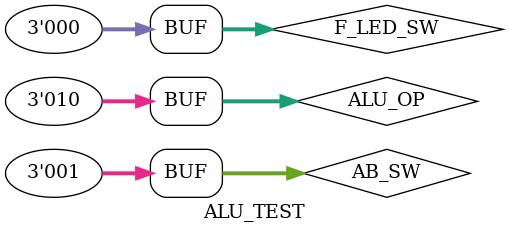
<source format=v>
`timescale 1ns / 1ps


module ALU_TEST;

	// Inputs
	reg [2:0] AB_SW;
	reg [2:0] ALU_OP;
	reg [2:0] F_LED_SW;

	// Outputs
	wire [7:0] LED;

	// Instantiate the Unit Under Test (UUT)
	ALU uut (
		.AB_SW(AB_SW), 
		.ALU_OP(ALU_OP), 
		.F_LED_SW(F_LED_SW), 
		.LED(LED)
	);

	initial begin
		// Initialize Inputs
		AB_SW = 3'b001;
		ALU_OP = 3'b000;
		F_LED_SW = 3'b000;

		// Wait 100 ns for global reset to finish
		#100;
      AB_SW = 3'b001;
		ALU_OP = 3'b001;
		F_LED_SW = 3'b000;
		#100;
      AB_SW = 3'b001;
		ALU_OP = 3'b010;
		F_LED_SW = 3'b000;
		// Add stimulus here

	end
      
endmodule


</source>
